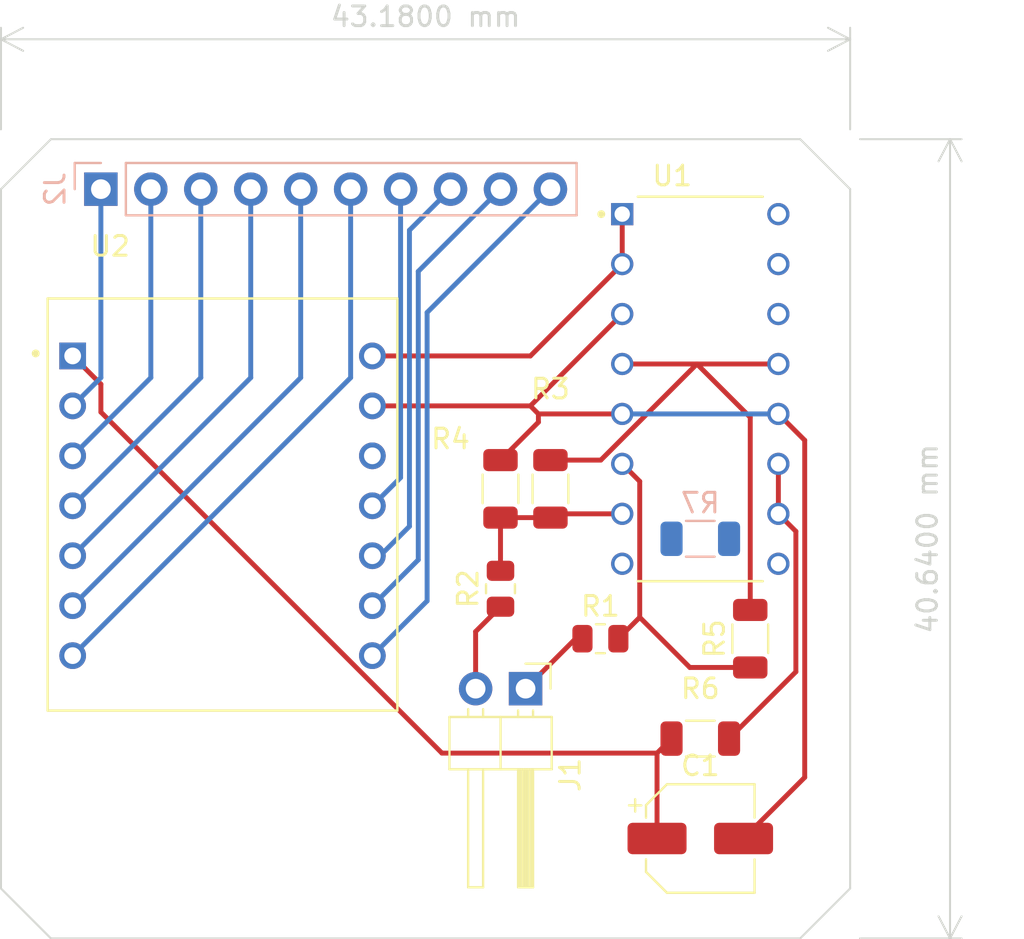
<source format=kicad_pcb>
(kicad_pcb (version 20211014) (generator pcbnew)
  (layers (0 "F.Cu" signal) (31 "B.Cu" signal) (34 "B.Paste" user) (35 "F.Paste" user) (36 "B.SilkS" user "B.Silkscreen") (37 "F.SilkS" user "F.Silkscreen") (38 "B.Mask" user) (39 "F.Mask" user) (44 "Edge.Cuts" user))
  (net 0 "")
  (net 1 "Vout")
  (net 2 "GND")
  (net 3 "Net-(R1-Pad1)")
  (net 4 "Net-(R2-Pad1)")
  (net 5 "D1")
  (net 6 "D2")
  (net 7 "D3")
  (net 8 "D4")
  (net 9 "D5")
  (net 10 "D6")
  (net 11 "D7")
  (net 12 "D8")
  (net 13 "D9")
  (net 14 "D10")
  (net 15 "Net-(R1-Pad2)")
  (net 16 "Net-(R2-Pad2)")
  (net 17 "Net-(R3-Pad2)")
  (net 18 "Net-(R6-Pad1)")
  (net 19 "+5V")
  (net 24 "Net-(R7-Pad1)")
  (net 25 "Net-(U1-Pad9)")
  (footprint "Resistor_SMD:R_0805_2012Metric" (layer "F.Cu") (at 139.7 96.52)
    (fp_text reference "R1" (at 0 -1.65) (layer "F.SilkS"))
    (fp_text value "500M")
    (fp_line (start -0.227064 0.735) (end 0.227064 0.735) (layer "F.SilkS") (width 0.12))
    (fp_line (start -0.227064 -0.735) (end 0.227064 -0.735) (layer "F.SilkS") (width 0.12))
    (pad "1" smd roundrect (at -0.9125 0) (size 1.025 1.4) (layers "F.Cu" "F.Paste" "F.Mask") (roundrect_rratio 0.243902) (net 3 "Net-(R1-Pad1)"))
    (pad "2" smd roundrect (at 0.9125 0) (size 1.025 1.4) (layers "F.Cu" "F.Paste" "F.Mask") (roundrect_rratio 0.243902) (net 15 "Net-(R1-Pad2)"))
  )
  (footprint "Connector_PinHeader_2.54mm:PinHeader_1x02_P2.54mm_Horizontal" (layer "F.Cu") (at 135.895 99.06 -90)
    (fp_text reference "J1" (at 4.385 -2.27 90) (layer "F.SilkS"))
    (fp_text value "Conn_01x02_Female")
    (fp_line (start 1.11 0.38) (end 1.44 0.38) (layer "F.SilkS") (width 0.12))
    (fp_line (start -1.27 0) (end -1.27 -1.27) (layer "F.SilkS") (width 0.12))
    (fp_line (start 4.1 3.87) (end 4.1 -1.33) (layer "F.SilkS") (width 0.12))
    (fp_line (start 1.44 1.27) (end 4.1 1.27) (layer "F.SilkS") (width 0.12))
    (fp_line (start 10.1 -0.38) (end 10.1 0.38) (layer "F.SilkS") (width 0.12))
    (fp_line (start 4.1 2.16) (end 10.1 2.16) (layer "F.SilkS") (width 0.12))
    (fp_line (start 4.1 -0.08) (end 10.1 -0.08) (layer "F.SilkS") (width 0.12))
    (fp_line (start 10.1 0.38) (end 4.1 0.38) (layer "F.SilkS") (width 0.12))
    (fp_line (start 1.44 3.87) (end 4.1 3.87) (layer "F.SilkS") (width 0.12))
    (fp_line (start 4.1 0.04) (end 10.1 0.04) (layer "F.SilkS") (width 0.12))
    (fp_line (start 4.1 0.28) (end 10.1 0.28) (layer "F.SilkS") (width 0.12))
    (fp_line (start 1.44 -1.33) (end 1.44 3.87) (layer "F.SilkS") (width 0.12))
    (fp_line (start -1.27 -1.27) (end 0 -1.27) (layer "F.SilkS") (width 0.12))
    (fp_line (start 10.1 2.92) (end 4.1 2.92) (layer "F.SilkS") (width 0.12))
    (fp_line (start 4.1 -0.32) (end 10.1 -0.32) (layer "F.SilkS") (width 0.12))
    (fp_line (start 1.11 -0.38) (end 1.44 -0.38) (layer "F.SilkS") (width 0.12))
    (fp_line (start 4.1 -1.33) (end 1.44 -1.33) (layer "F.SilkS") (width 0.12))
    (fp_line (start 1.042929 2.16) (end 1.44 2.16) (layer "F.SilkS") (width 0.12))
    (fp_line (start 1.042929 2.92) (end 1.44 2.92) (layer "F.SilkS") (width 0.12))
    (fp_line (start 4.1 -0.38) (end 10.1 -0.38) (layer "F.SilkS") (width 0.12))
    (fp_line (start 10.1 2.16) (end 10.1 2.92) (layer "F.SilkS") (width 0.12))
    (fp_line (start 4.1 0.16) (end 10.1 0.16) (layer "F.SilkS") (width 0.12))
    (fp_line (start 4.1 -0.2) (end 10.1 -0.2) (layer "F.SilkS") (width 0.12))
    (pad "1" thru_hole rect (at 0 0 270) (size 1.7 1.7) (drill 1) (layers *.Cu *.Mask) (net 3 "Net-(R1-Pad1)"))
    (pad "2" thru_hole oval (at 0 2.54 270) (size 1.7 1.7) (drill 1) (layers *.Cu *.Mask) (net 4 "Net-(R2-Pad1)"))
  )
  (footprint "Resistor_SMD:R_1206_3216Metric" (layer "F.Cu") (at 134.62 88.9 90)
    (fp_text reference "R4" (at 2.54 -2.54 180) (layer "F.SilkS"))
    (fp_text value "10M")
    (fp_line (start -0.727064 -0.91) (end 0.727064 -0.91) (layer "F.SilkS") (width 0.12))
    (fp_line (start -0.727064 0.91) (end 0.727064 0.91) (layer "F.SilkS") (width 0.12))
    (pad "1" smd roundrect (at -1.4625 0 90) (size 1.125 1.75) (layers "F.Cu" "F.Paste" "F.Mask") (roundrect_rratio 0.222222) (net 16 "Net-(R2-Pad2)"))
    (pad "2" smd roundrect (at 1.4625 0 90) (size 1.125 1.75) (layers "F.Cu" "F.Paste" "F.Mask") (roundrect_rratio 0.222222) (net 2 "GND"))
  )
  (footprint "Capacitor_SMD:CP_Elec_5x5.4" (layer "F.Cu") (at 144.78 106.68)
    (fp_text reference "C1" (at 0 -3.7) (layer "F.SilkS"))
    (fp_text value "47u")
    (fp_line (start -1.695563 2.76) (end 2.76 2.76) (layer "F.SilkS") (width 0.12))
    (fp_line (start -2.76 -1.695563) (end -1.695563 -2.76) (layer "F.SilkS") (width 0.12))
    (fp_line (start -1.695563 -2.76) (end 2.76 -2.76) (layer "F.SilkS") (width 0.12))
    (fp_line (start -2.76 1.695563) (end -1.695563 2.76) (layer "F.SilkS") (width 0.12))
    (fp_line (start 2.76 -2.76) (end 2.76 -1.06) (layer "F.SilkS") (width 0.12))
    (fp_line (start -2.76 1.695563) (end -2.76 1.06) (layer "F.SilkS") (width 0.12))
    (fp_line (start 2.76 2.76) (end 2.76 1.06) (layer "F.SilkS") (width 0.12))
    (fp_line (start -3.3125 -1.9975) (end -3.3125 -1.3725) (layer "F.SilkS") (width 0.12))
    (fp_line (start -2.76 -1.695563) (end -2.76 -1.06) (layer "F.SilkS") (width 0.12))
    (fp_line (start -3.625 -1.685) (end -3 -1.685) (layer "F.SilkS") (width 0.12))
    (pad "1" smd roundrect (at -2.2 0) (size 3 1.6) (layers "F.Cu" "F.Paste" "F.Mask") (roundrect_rratio 0.15625) (net 1 "Vout"))
    (pad "2" smd roundrect (at 2.2 0) (size 3 1.6) (layers "F.Cu" "F.Paste" "F.Mask") (roundrect_rratio 0.15625) (net 2 "GND"))
  )
  (footprint "INA125PA:DIP794W45P254L1969H508Q16" (layer "F.Cu") (at 144.78 83.82)
    (fp_text reference "U1" (at -1.425 -10.835) (layer "F.SilkS"))
    (fp_text value "INA125PA")
    (fp_line (start -3.175 -9.775) (end 3.175 -9.775) (layer "F.SilkS") (width 0.127))
    (fp_line (start -3.175 9.775) (end 3.175 9.775) (layer "F.SilkS") (width 0.127))
    (fp_circle (center -5.035 -8.89) (end -4.935 -8.89) (layer "F.SilkS") (width 0.2) (fill none))
    (pad "1" thru_hole rect locked (at -3.97 -8.89) (size 1.13 1.13) (drill 0.78) (layers *.Cu *.Mask) (net 19 "+5V"))
    (pad "2" thru_hole circle locked (at -3.97 -6.35) (size 1.13 1.13) (drill 0.78) (layers *.Cu *.Mask) (net 19 "+5V"))
    (pad "3" thru_hole circle locked (at -3.97 -3.81) (size 1.13 1.13) (drill 0.78) (layers *.Cu *.Mask) (net 2 "GND"))
    (pad "4" thru_hole circle locked (at -3.97 -1.27) (size 1.13 1.13) (drill 0.78) (layers *.Cu *.Mask) (net 17 "Net-(R3-Pad2)"))
    (pad "5" thru_hole circle locked (at -3.97 1.27) (size 1.13 1.13) (drill 0.78) (layers *.Cu *.Mask) (net 2 "GND"))
    (pad "6" thru_hole circle locked (at -3.97 3.81) (size 1.13 1.13) (drill 0.78) (layers *.Cu *.Mask) (net 15 "Net-(R1-Pad2)"))
    (pad "7" thru_hole circle locked (at -3.97 6.35) (size 1.13 1.13) (drill 0.78) (layers *.Cu *.Mask) (net 16 "Net-(R2-Pad2)"))
    (pad "8" thru_hole circle locked (at -3.97 8.89) (size 1.13 1.13) (drill 0.78) (layers *.Cu *.Mask) (net 24 "Net-(R7-Pad1)"))
    (pad "9" thru_hole circle locked (at 3.97 8.89) (size 1.13 1.13) (drill 0.78) (layers *.Cu *.Mask) (net 24 "Net-(R7-Pad1)"))
    (pad "10" thru_hole circle locked (at 3.97 6.35) (size 1.13 1.13) (drill 0.78) (layers *.Cu *.Mask) (net 18 "Net-(R6-Pad1)"))
    (pad "11" thru_hole circle locked (at 3.97 3.81) (size 1.13 1.13) (drill 0.78) (layers *.Cu *.Mask) (net 18 "Net-(R6-Pad1)"))
    (pad "12" thru_hole circle locked (at 3.97 1.27) (size 1.13 1.13) (drill 0.78) (layers *.Cu *.Mask) (net 2 "GND"))
    (pad "13" thru_hole circle locked (at 3.97 -1.27) (size 1.13 1.13) (drill 0.78) (layers *.Cu *.Mask) (net 17 "Net-(R3-Pad2)"))
    (pad "14" thru_hole circle locked (at 3.97 -3.81) (size 1.13 1.13) (drill 0.78) (layers *.Cu *.Mask))
    (pad "15" thru_hole circle locked (at 3.97 -6.35) (size 1.13 1.13) (drill 0.78) (layers *.Cu *.Mask))
    (pad "16" thru_hole circle locked (at 3.97 -8.89) (size 1.13 1.13) (drill 0.78) (layers *.Cu *.Mask))
  )
  (footprint "Resistor_SMD:R_0805_2012Metric" (layer "F.Cu") (at 134.62 93.98 90)
    (fp_text reference "R2" (at 0 -1.65 90) (layer "F.SilkS"))
    (fp_text value "500M")
    (fp_line (start -0.227064 0.735) (end 0.227064 0.735) (layer "F.SilkS") (width 0.12))
    (fp_line (start -0.227064 -0.735) (end 0.227064 -0.735) (layer "F.SilkS") (width 0.12))
    (pad "1" smd roundrect (at -0.9125 0 90) (size 1.025 1.4) (layers "F.Cu" "F.Paste" "F.Mask") (roundrect_rratio 0.243902) (net 4 "Net-(R2-Pad1)"))
    (pad "2" smd roundrect (at 0.9125 0 90) (size 1.025 1.4) (layers "F.Cu" "F.Paste" "F.Mask") (roundrect_rratio 0.243902) (net 16 "Net-(R2-Pad2)"))
  )
  (footprint "Resistor_SMD:R_1206_3216Metric" (layer "F.Cu") (at 144.78 101.6 180)
    (fp_text reference "R6" (at 0 2.54) (layer "F.SilkS"))
    (fp_text value "1.2k")
    (fp_line (start -0.727064 -0.91) (end 0.727064 -0.91) (layer "F.SilkS") (width 0.12))
    (fp_line (start -0.727064 0.91) (end 0.727064 0.91) (layer "F.SilkS") (width 0.12))
    (pad "1" smd roundrect (at -1.4625 0 180) (size 1.125 1.75) (layers "F.Cu" "F.Paste" "F.Mask") (roundrect_rratio 0.222222) (net 18 "Net-(R6-Pad1)"))
    (pad "2" smd roundrect (at 1.4625 0 180) (size 1.125 1.75) (layers "F.Cu" "F.Paste" "F.Mask") (roundrect_rratio 0.222222) (net 1 "Vout"))
  )
  (footprint "Resistor_SMD:R_1206_3216Metric" (layer "F.Cu") (at 137.16 88.9 90)
    (fp_text reference "R3" (at 5.08 0 180) (layer "F.SilkS"))
    (fp_text value "10M")
    (fp_line (start -0.727064 0.91) (end 0.727064 0.91) (layer "F.SilkS") (width 0.12))
    (fp_line (start -0.727064 -0.91) (end 0.727064 -0.91) (layer "F.SilkS") (width 0.12))
    (pad "1" smd roundrect (at -1.4625 0 90) (size 1.125 1.75) (layers "F.Cu" "F.Paste" "F.Mask") (roundrect_rratio 0.222222) (net 16 "Net-(R2-Pad2)"))
    (pad "2" smd roundrect (at 1.4625 0 90) (size 1.125 1.75) (layers "F.Cu" "F.Paste" "F.Mask") (roundrect_rratio 0.222222) (net 17 "Net-(R3-Pad2)"))
  )
  (footprint "ESP32-C3:MODULE_113991054" (layer "F.Cu") (at 120.485 89.6975)
    (fp_text reference "U2" (at -5.715 -13.135) (layer "F.SilkS"))
    (fp_text value "113991054")
    (fp_line (start 8.89 10.4775) (end -8.89 10.4775) (layer "F.SilkS") (width 0.127))
    (fp_line (start -8.89 -10.4775) (end 8.89 -10.4775) (layer "F.SilkS") (width 0.127))
    (fp_line (start -8.89 10.4775) (end -8.89 -10.4775) (layer "F.SilkS") (width 0.127))
    (fp_line (start 8.89 -10.4775) (end 8.89 10.4775) (layer "F.SilkS") (width 0.127))
    (fp_circle (center -9.5 -7.6835) (end -9.4 -7.6835) (layer "F.SilkS") (width 0.2) (fill none))
    (pad "1" thru_hole rect locked (at -7.62 -7.5565) (size 1.358 1.358) (drill 0.85) (layers *.Cu *.Mask) (net 1 "Vout"))
    (pad "2" thru_hole circle locked (at -7.62 -5.0165) (size 1.358 1.358) (drill 0.85) (layers *.Cu *.Mask) (net 5 "D1"))
    (pad "3" thru_hole circle locked (at -7.62 -2.4765) (size 1.358 1.358) (drill 0.85) (layers *.Cu *.Mask) (net 6 "D2"))
    (pad "4" thru_hole circle locked (at -7.62 0.0635) (size 1.358 1.358) (drill 0.85) (layers *.Cu *.Mask) (net 7 "D3"))
    (pad "5" thru_hole circle locked (at -7.62 2.6035) (size 1.358 1.358) (drill 0.85) (layers *.Cu *.Mask) (net 8 "D4"))
    (pad "6" thru_hole circle locked (at -7.62 5.1435) (size 1.358 1.358) (drill 0.85) (layers *.Cu *.Mask) (net 9 "D5"))
    (pad "7" thru_hole circle locked (at -7.62 7.6835) (size 1.358 1.358) (drill 0.85) (layers *.Cu *.Mask) (net 10 "D6"))
    (pad "8" thru_hole circle locked (at 7.62 7.6835) (size 1.358 1.358) (drill 0.85) (layers *.Cu *.Mask) (net 11 "D7"))
    (pad "9" thru_hole circle locked (at 7.62 5.1435) (size 1.358 1.358) (drill 0.85) (layers *.Cu *.Mask) (net 12 "D8"))
    (pad "10" thru_hole circle locked (at 7.62 2.6035) (size 1.358 1.358) (drill 0.85) (layers *.Cu *.Mask) (net 13 "D9"))
    (pad "11" thru_hole circle locked (at 7.62 0.0635) (size 1.358 1.358) (drill 0.85) (layers *.Cu *.Mask) (net 14 "D10"))
    (pad "12" thru_hole circle locked (at 7.62 -2.4765) (size 1.358 1.358) (drill 0.85) (layers *.Cu *.Mask))
    (pad "13" thru_hole circle locked (at 7.62 -5.0165) (size 1.358 1.358) (drill 0.85) (layers *.Cu *.Mask) (net 2 "GND"))
    (pad "14" thru_hole circle locked (at 7.62 -7.5565) (size 1.358 1.358) (drill 0.85) (layers *.Cu *.Mask) (net 19 "+5V"))
  )
  (footprint "Resistor_SMD:R_1206_3216Metric" (layer "F.Cu") (at 147.32 96.52 90)
    (fp_text reference "R5" (at 0 -1.82 90) (layer "F.SilkS"))
    (fp_text value "5M")
    (fp_line (start -0.727064 -0.91) (end 0.727064 -0.91) (layer "F.SilkS") (width 0.12))
    (fp_line (start -0.727064 0.91) (end 0.727064 0.91) (layer "F.SilkS") (width 0.12))
    (pad "1" smd roundrect (at -1.4625 0 90) (size 1.125 1.75) (layers "F.Cu" "F.Paste" "F.Mask") (roundrect_rratio 0.222222) (net 15 "Net-(R1-Pad2)"))
    (pad "2" smd roundrect (at 1.4625 0 90) (size 1.125 1.75) (layers "F.Cu" "F.Paste" "F.Mask") (roundrect_rratio 0.222222) (net 17 "Net-(R3-Pad2)"))
  )
  (footprint "Resistor_SMD:R_1206_3216Metric" (layer "B.Cu") (at 144.78 91.44 180)
    (fp_text reference "R7" (at 0 1.82) (layer "B.SilkS") (effects (justify mirror)))
    (fp_text value "1M")
    (fp_line (start -0.727064 -0.91) (end 0.727064 -0.91) (layer "B.SilkS") (width 0.12))
    (fp_line (start -0.727064 0.91) (end 0.727064 0.91) (layer "B.SilkS") (width 0.12))
    (pad "1" smd roundrect (at -1.4625 0 180) (size 1.125 1.75) (layers "B.Cu" "B.Paste" "B.Mask") (roundrect_rratio 0.222222) (net 24 "Net-(R7-Pad1)"))
    (pad "2" smd roundrect (at 1.4625 0 180) (size 1.125 1.75) (layers "B.Cu" "B.Paste" "B.Mask") (roundrect_rratio 0.222222) (net 25 "Net-(U1-Pad9)"))
  )
  (footprint "Connector_PinHeader_2.54mm:PinHeader_1x10_P2.54mm_Vertical" (layer "B.Cu") (at 114.3 73.66 -90)
    (fp_text reference "J2" (at 0 2.33 90) (layer "B.SilkS") (effects (justify mirror)))
    (fp_text value "Conn_01x10_Female")
    (fp_line (start -1.33 -1.27) (end 1.33 -1.27) (layer "B.SilkS") (width 0.12))
    (fp_line (start 1.33 -1.27) (end 1.33 -24.19) (layer "B.SilkS") (width 0.12))
    (fp_line (start -1.33 1.33) (end 0 1.33) (layer "B.SilkS") (width 0.12))
    (fp_line (start -1.33 -1.27) (end -1.33 -24.19) (layer "B.SilkS") (width 0.12))
    (fp_line (start -1.33 -24.19) (end 1.33 -24.19) (layer "B.SilkS") (width 0.12))
    (fp_line (start -1.33 0) (end -1.33 1.33) (layer "B.SilkS") (width 0.12))
    (pad "1" thru_hole rect (at 0 0 270) (size 1.7 1.7) (drill 1) (layers *.Cu *.Mask) (net 5 "D1"))
    (pad "2" thru_hole oval (at 0 -2.54 270) (size 1.7 1.7) (drill 1) (layers *.Cu *.Mask) (net 6 "D2"))
    (pad "3" thru_hole oval (at 0 -5.08 270) (size 1.7 1.7) (drill 1) (layers *.Cu *.Mask) (net 7 "D3"))
    (pad "4" thru_hole oval (at 0 -7.62 270) (size 1.7 1.7) (drill 1) (layers *.Cu *.Mask) (net 8 "D4"))
    (pad "5" thru_hole oval (at 0 -10.16 270) (size 1.7 1.7) (drill 1) (layers *.Cu *.Mask) (net 9 "D5"))
    (pad "6" thru_hole oval (at 0 -12.7 270) (size 1.7 1.7) (drill 1) (layers *.Cu *.Mask) (net 10 "D6"))
    (pad "7" thru_hole oval (at 0 -15.24 270) (size 1.7 1.7) (drill 1) (layers *.Cu *.Mask) (net 14 "D10"))
    (pad "8" thru_hole oval (at 0 -17.78 270) (size 1.7 1.7) (drill 1) (layers *.Cu *.Mask) (net 13 "D9"))
    (pad "9" thru_hole oval (at 0 -20.32 270) (size 1.7 1.7) (drill 1) (layers *.Cu *.Mask) (net 12 "D8"))
    (pad "10" thru_hole oval (at 0 -22.86 270) (size 1.7 1.7) (drill 1) (layers *.Cu *.Mask) (net 11 "D7"))
  )
  (gr_line (start 109.22 109.22) (end 111.76 111.76) (layer "Edge.Cuts") (width 0.1))
  (gr_line (start 152.4 109.22) (end 152.4 73.66) (layer "Edge.Cuts") (width 0.1))
  (gr_line (start 109.22 73.66) (end 109.22 109.22) (layer "Edge.Cuts") (width 0.1))
  (gr_line (start 149.86 111.76) (end 152.4 109.22) (layer "Edge.Cuts") (width 0.1))
  (gr_line (start 152.4 73.66) (end 149.86 71.12) (layer "Edge.Cuts") (width 0.1))
  (gr_line (start 111.76 111.76) (end 149.86 111.76) (layer "Edge.Cuts") (width 0.1))
  (gr_line (start 149.86 71.12) (end 111.76 71.12) (layer "Edge.Cuts") (width 0.1))
  (gr_line (start 111.76 71.12) (end 109.22 73.66) (layer "Edge.Cuts") (width 0.1))
  (dimension (type aligned) (layer "Edge.Cuts") (pts (xy 152.4 71.12) (xy 109.22 71.12)) (height 5.08) (gr_text "43,1800 mm" (at 130.81 64.89) (layer "Edge.Cuts") (effects (font (size 1 1) (thickness 0.15)))) (format (units 3) (units_format 1) (precision 4)) (style (thickness 0.1) (arrow_length 1.27) (text_position_mode 0) (extension_height 0.58642) (extension_offset 0.5) keep_text_aligned))
  (dimension (type aligned) (layer "Edge.Cuts") (pts (xy 152.4 71.12) (xy 152.4 111.76)) (height -5.08) (gr_text "40,6400 mm" (at 156.33 91.44 90) (layer "Edge.Cuts") (effects (font (size 1 1) (thickness 0.15)))) (format (units 3) (units_format 1) (precision 4)) (style (thickness 0.1) (arrow_length 1.27) (text_position_mode 0) (extension_height 0.58642) (extension_offset 0.5) keep_text_aligned))
  (segment (start 142.58 106.68) (end 142.58 102.3375) (width 0.25) (layer "F.Cu") (net 1))
  (segment (start 142.58 102.3375) (end 143.3175 101.6) (width 0.25) (layer "F.Cu") (net 1))
  (segment (start 142.58 102.3375) (end 131.64232 102.3375) (width 0.25) (layer "F.Cu") (net 1))
  (segment (start 114.3 83.576) (end 112.865 82.141) (width 0.25) (layer "F.Cu") (net 1))
  (segment (start 131.64232 102.3375) (end 114.3 84.99518) (width 0.25) (layer "F.Cu") (net 1))
  (segment (start 114.3 84.99518) (end 114.3 83.576) (width 0.25) (layer "F.Cu") (net 1))
  (segment (start 150.089031 103.570969) (end 150.089031 86.429031) (width 0.25) (layer "F.Cu") (net 2))
  (segment (start 150.089031 86.429031) (end 148.75 85.09) (width 0.25) (layer "F.Cu") (net 2))
  (segment (start 134.62 87.4375) (end 136.548 85.5095) (width 0.25) (layer "F.Cu") (net 2))
  (segment (start 136.548 85.5095) (end 136.548 85.09) (width 0.25) (layer "F.Cu") (net 2))
  (segment (start 136.139 84.681) (end 128.105 84.681) (width 0.25) (layer "F.Cu") (net 2))
  (segment (start 146.98 106.68) (end 150.089031 103.570969) (width 0.25) (layer "F.Cu") (net 2))
  (segment (start 140.81 85.09) (end 136.548 85.09) (width 0.25) (layer "F.Cu") (net 2))
  (segment (start 140.81 80.01) (end 136.139 84.681) (width 0.25) (layer "F.Cu") (net 2))
  (segment (start 136.548 85.09) (end 136.139 84.681) (width 0.25) (layer "F.Cu") (net 2))
  (segment (start 148.75 85.09) (end 140.81 85.09) (width 0.25) (layer "B.Cu") (net 2))
  (segment (start 138.435 96.52) (end 138.7875 96.52) (width 0.25) (layer "F.Cu") (net 3))
  (segment (start 135.895 99.06) (end 138.435 96.52) (width 0.25) (layer "F.Cu") (net 3))
  (segment (start 134.62 94.8925) (end 133.355 96.1575) (width 0.25) (layer "F.Cu") (net 4))
  (segment (start 133.355 96.1575) (end 133.355 99.06) (width 0.25) (layer "F.Cu") (net 4))
  (segment (start 112.865 84.681) (end 114.3 83.246) (width 0.25) (layer "B.Cu") (net 5))
  (segment (start 114.3 83.246) (end 114.3 73.66) (width 0.25) (layer "B.Cu") (net 5))
  (segment (start 116.84 83.246) (end 116.84 73.66) (width 0.25) (layer "B.Cu") (net 6))
  (segment (start 112.865 87.221) (end 116.84 83.246) (width 0.25) (layer "B.Cu") (net 6))
  (segment (start 119.38 83.246) (end 119.38 73.66) (width 0.25) (layer "B.Cu") (net 7))
  (segment (start 112.865 89.761) (end 119.38 83.246) (width 0.25) (layer "B.Cu") (net 7))
  (segment (start 121.92 83.246) (end 121.92 73.66) (width 0.25) (layer "B.Cu") (net 8))
  (segment (start 112.865 92.301) (end 121.92 83.246) (width 0.25) (layer "B.Cu") (net 8))
  (segment (start 112.865 94.841) (end 124.46 83.246) (width 0.25) (layer "B.Cu") (net 9))
  (segment (start 124.46 83.246) (end 124.46 73.66) (width 0.25) (layer "B.Cu") (net 9))
  (segment (start 127 83.246) (end 127 73.66) (width 0.25) (layer "B.Cu") (net 10))
  (segment (start 112.865 97.381) (end 127 83.246) (width 0.25) (layer "B.Cu") (net 10))
  (segment (start 128.105 97.381) (end 130.88856 94.59744) (width 0.25) (layer "B.Cu") (net 11))
  (segment (start 130.88856 94.59744) (end 130.88856 79.93144) (width 0.25) (layer "B.Cu") (net 11))
  (segment (start 130.88856 79.93144) (end 137.16 73.66) (width 0.25) (layer "B.Cu") (net 11))
  (segment (start 128.105 94.841) (end 130.43904 92.50696) (width 0.25) (layer "B.Cu") (net 12))
  (segment (start 130.43904 77.84096) (end 134.62 73.66) (width 0.25) (layer "B.Cu") (net 12))
  (segment (start 130.43904 92.50696) (end 130.43904 77.84096) (width 0.25) (layer "B.Cu") (net 12))
  (segment (start 128.49696 92.301) (end 129.98952 90.80844) (width 0.25) (layer "B.Cu") (net 13))
  (segment (start 129.98952 75.75048) (end 132.08 73.66) (width 0.25) (layer "B.Cu") (net 13))
  (segment (start 129.98952 90.80844) (end 129.98952 75.75048) (width 0.25) (layer "B.Cu") (net 13))
  (segment (start 128.105 92.301) (end 128.49696 92.301) (width 0.25) (layer "B.Cu") (net 13))
  (segment (start 129.54 88.326) (end 129.54 73.66) (width 0.25) (layer "B.Cu") (net 14))
  (segment (start 128.105 89.761) (end 129.54 88.326) (width 0.25) (layer "B.Cu") (net 14))
  (segment (start 141.699511 88.519511) (end 140.81 87.63) (width 0.25) (layer "F.Cu") (net 15))
  (segment (start 141.699511 95.432989) (end 144.249022 97.9825) (width 0.25) (layer "F.Cu") (net 15))
  (segment (start 144.249022 97.9825) (end 147.32 97.9825) (width 0.25) (layer "F.Cu") (net 15))
  (segment (start 141.699511 95.432989) (end 141.699511 88.519511) (width 0.25) (layer "F.Cu") (net 15))
  (segment (start 140.6125 96.52) (end 141.699511 95.432989) (width 0.25) (layer "F.Cu") (net 15))
  (segment (start 134.62 90.3625) (end 137.16 90.3625) (width 0.25) (layer "F.Cu") (net 16))
  (segment (start 134.62 93.0675) (end 134.62 90.3625) (width 0.25) (layer "F.Cu") (net 16))
  (segment (start 137.3525 90.17) (end 137.16 90.3625) (width 0.25) (layer "F.Cu") (net 16))
  (segment (start 140.81 90.17) (end 137.3525 90.17) (width 0.25) (layer "F.Cu") (net 16))
  (segment (start 139.72046 87.4375) (end 144.60796 82.55) (width 0.25) (layer "F.Cu") (net 17))
  (segment (start 147.32 85.26204) (end 144.60796 82.55) (width 0.25) (layer "F.Cu") (net 17))
  (segment (start 147.32 95.0575) (end 147.32 85.26204) (width 0.25) (layer "F.Cu") (net 17))
  (segment (start 137.16 87.4375) (end 139.72046 87.4375) (width 0.25) (layer "F.Cu") (net 17))
  (segment (start 144.60796 82.55) (end 148.75 82.55) (width 0.25) (layer "F.Cu") (net 17))
  (segment (start 144.60796 82.55) (end 140.81 82.55) (width 0.25) (layer "F.Cu") (net 17))
  (segment (start 146.2425 101.6) (end 149.639511 98.202989) (width 0.25) (layer "F.Cu") (net 18))
  (segment (start 149.639511 91.059511) (end 148.75 90.17) (width 0.25) (layer "F.Cu") (net 18))
  (segment (start 148.75 90.17) (end 148.75 87.63) (width 0.25) (layer "F.Cu") (net 18))
  (segment (start 149.639511 98.202989) (end 149.639511 91.059511) (width 0.25) (layer "F.Cu") (net 18))
  (segment (start 140.81 74.93) (end 140.81 77.47) (width 0.25) (layer "F.Cu") (net 19))
  (segment (start 140.81 77.47) (end 136.139 82.141) (width 0.25) (layer "F.Cu") (net 19))
  (segment (start 136.139 82.141) (end 128.105 82.141) (width 0.25) (layer "F.Cu") (net 19))
)
</source>
